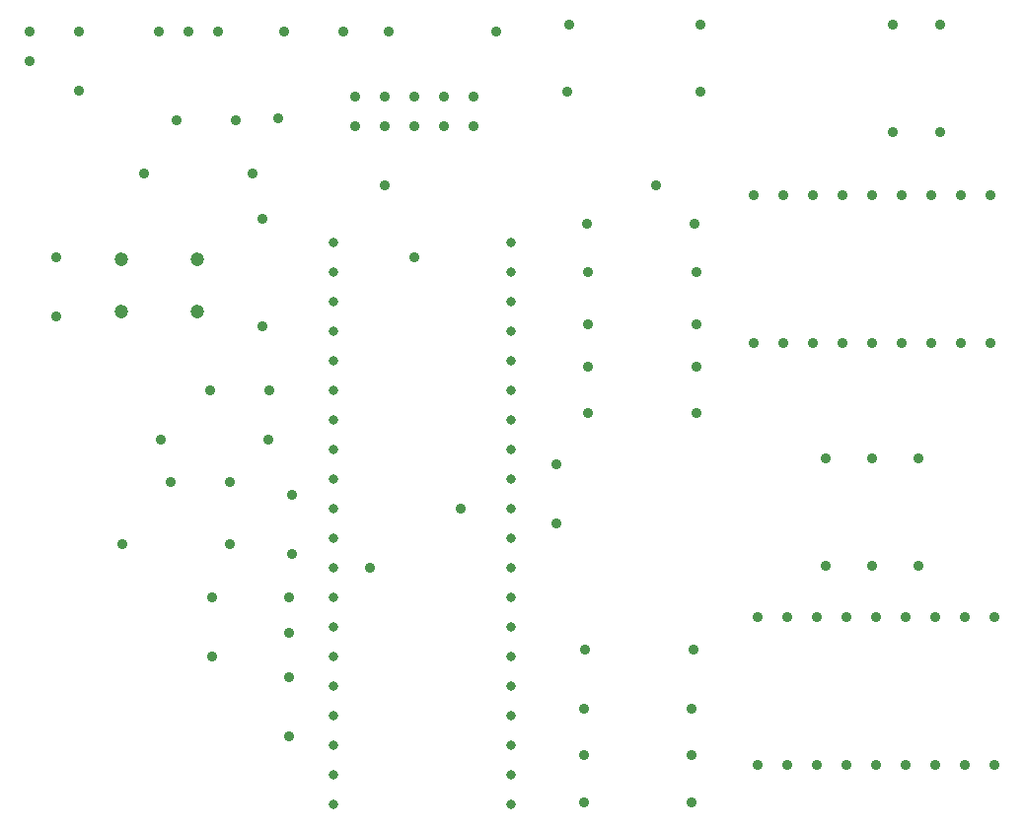
<source format=gbr>
%TF.GenerationSoftware,Altium Limited,Altium Designer,18.1.7 (191)*%
G04 Layer_Color=0*
%FSLAX26Y26*%
%MOIN*%
%TF.FileFunction,Plated,1,2,PTH,Drill*%
%TF.Part,Single*%
G01*
G75*
%TA.AperFunction,ComponentDrill*%
%ADD33C,0.035430*%
%ADD34C,0.035430*%
%ADD35C,0.035000*%
%ADD36C,0.032000*%
%ADD37C,0.035433*%
%ADD38C,0.035000*%
%ADD39C,0.035433*%
%ADD40C,0.047000*%
%TA.AperFunction,ViaDrill,NotFilled*%
%ADD41C,0.035430*%
D33*
X785000Y2780000D02*
D03*
X685000D02*
D03*
X585000D02*
D03*
X1025000Y743976D02*
D03*
Y866024D02*
D03*
X845000Y2480000D02*
D03*
X645000D02*
D03*
X1010000Y2780000D02*
D03*
X1210000D02*
D03*
X760000Y1565000D02*
D03*
X960000D02*
D03*
X625000Y1255000D02*
D03*
X825000D02*
D03*
D34*
X1035000Y1213276D02*
D03*
Y1013277D02*
D03*
X1930000Y1115399D02*
D03*
Y1315399D02*
D03*
X315000Y2780000D02*
D03*
Y2580000D02*
D03*
X240000Y1815000D02*
D03*
Y2015000D02*
D03*
X2610130Y800040D02*
D03*
X2710000Y800000D02*
D03*
X2810130D02*
D03*
X2910000Y800040D02*
D03*
X3010130D02*
D03*
X3110130D02*
D03*
X3210130D02*
D03*
X3310000Y800000D02*
D03*
X3410130D02*
D03*
X3410000Y300000D02*
D03*
X3310130Y300039D02*
D03*
X3210130D02*
D03*
X3110130Y300000D02*
D03*
X3010130Y300039D02*
D03*
X2910130D02*
D03*
X2810130D02*
D03*
X2710000D02*
D03*
X2610000D02*
D03*
X2595000Y2225001D02*
D03*
X2694870Y2224961D02*
D03*
X2795000D02*
D03*
X2894870Y2225001D02*
D03*
X2995000D02*
D03*
X3095000D02*
D03*
X3195000D02*
D03*
X3294870Y2224961D02*
D03*
X3395000D02*
D03*
X3394870Y1724961D02*
D03*
X3295000Y1725000D02*
D03*
X3195000D02*
D03*
X3095000Y1724961D02*
D03*
X2995000Y1725000D02*
D03*
X2895000D02*
D03*
X2795000D02*
D03*
X2694870D02*
D03*
X2594870D02*
D03*
X150000Y2780000D02*
D03*
X765000Y666968D02*
D03*
Y866968D02*
D03*
X1025000Y395000D02*
D03*
Y595000D02*
D03*
D35*
X902000Y2300000D02*
D03*
X538000D02*
D03*
X2397000Y2130000D02*
D03*
X2033000D02*
D03*
X2402000Y1965000D02*
D03*
X2038000D02*
D03*
X2402000Y1790000D02*
D03*
X2038000D02*
D03*
X2402000Y1646538D02*
D03*
X2038000D02*
D03*
X2402000Y1488846D02*
D03*
X2038000D02*
D03*
X2392000Y690000D02*
D03*
X2028000D02*
D03*
X2387733Y489044D02*
D03*
X2023733D02*
D03*
X2387733Y331351D02*
D03*
X2023733D02*
D03*
X2387733Y173659D02*
D03*
X2023733D02*
D03*
X1727000Y2780000D02*
D03*
X1363000D02*
D03*
X593000Y1400000D02*
D03*
X957000D02*
D03*
X463000Y1045000D02*
D03*
X827000D02*
D03*
D36*
X1175000Y2065000D02*
D03*
Y1965000D02*
D03*
Y1865000D02*
D03*
Y1765000D02*
D03*
Y1665000D02*
D03*
Y1565000D02*
D03*
Y1465000D02*
D03*
Y1365000D02*
D03*
Y1265000D02*
D03*
Y1165000D02*
D03*
Y1065000D02*
D03*
Y965000D02*
D03*
Y865000D02*
D03*
Y765000D02*
D03*
Y665000D02*
D03*
Y565000D02*
D03*
Y465000D02*
D03*
Y365000D02*
D03*
Y265000D02*
D03*
Y165000D02*
D03*
X1775000Y2065000D02*
D03*
Y1965000D02*
D03*
Y1865000D02*
D03*
Y1765000D02*
D03*
Y1665000D02*
D03*
Y1565000D02*
D03*
Y1465000D02*
D03*
Y1365000D02*
D03*
Y1265000D02*
D03*
Y1165000D02*
D03*
Y1065000D02*
D03*
Y965000D02*
D03*
Y865000D02*
D03*
Y765000D02*
D03*
Y665000D02*
D03*
Y565000D02*
D03*
Y465000D02*
D03*
Y365000D02*
D03*
Y265000D02*
D03*
Y165000D02*
D03*
D37*
X150000Y2680000D02*
D03*
D38*
X3225000Y2438000D02*
D03*
Y2802000D02*
D03*
X3067308Y2438000D02*
D03*
Y2802000D02*
D03*
X3151952Y972267D02*
D03*
Y1336267D02*
D03*
X935000Y1783000D02*
D03*
Y2147000D02*
D03*
X2997121Y972267D02*
D03*
Y1336267D02*
D03*
X2839428Y972267D02*
D03*
Y1336267D02*
D03*
D39*
X1650000Y2560000D02*
D03*
Y2460000D02*
D03*
X1550000Y2560000D02*
D03*
Y2460000D02*
D03*
X1450000Y2560000D02*
D03*
Y2460000D02*
D03*
X1350000Y2560000D02*
D03*
Y2460000D02*
D03*
X1250000Y2560000D02*
D03*
Y2460000D02*
D03*
D40*
X715000Y2010000D02*
D03*
Y1832000D02*
D03*
X459000D02*
D03*
Y2010000D02*
D03*
D41*
X1605000Y1165000D02*
D03*
X1300000Y965000D02*
D03*
X990000Y2485000D02*
D03*
X1972183Y2802000D02*
D03*
X2415000D02*
D03*
Y2575000D02*
D03*
X1965000D02*
D03*
X2265000Y2260000D02*
D03*
X1450000Y2015000D02*
D03*
X1350000Y2260000D02*
D03*
%TF.MD5,20335b96e8629d67a1141cd1a0230701*%
M02*

</source>
